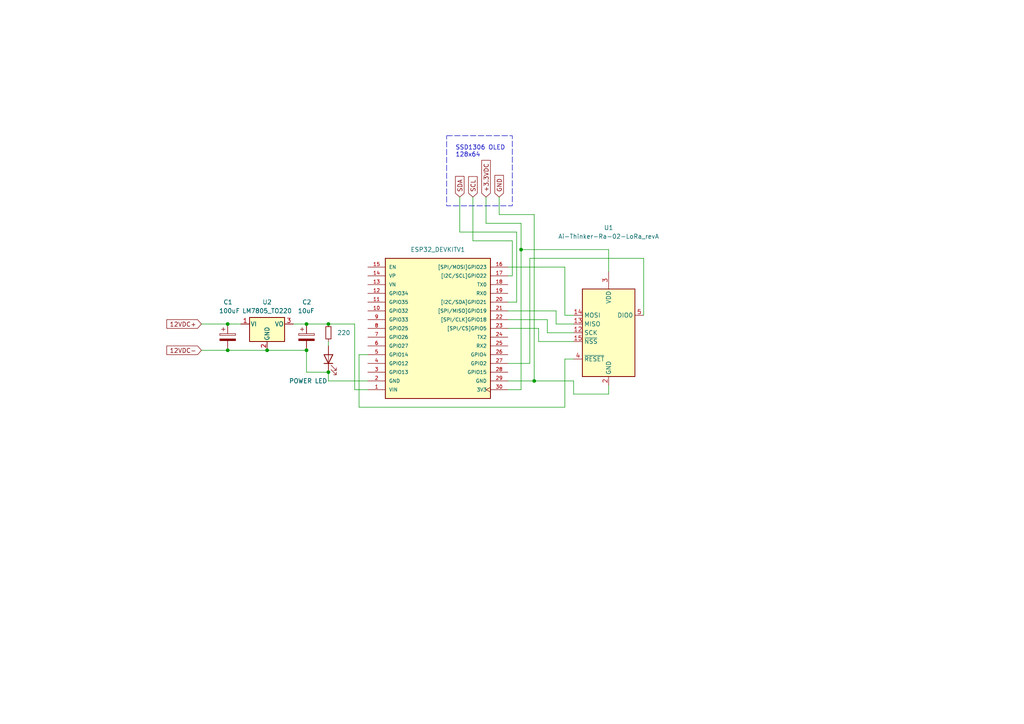
<source format=kicad_sch>
(kicad_sch (version 20230121) (generator eeschema)
  (paper "A4")
  (title_block (title "LoRa MQTT Gateway") (date "2024-05-29") (company "NED@L NETWORK Kft.") (comment 1 "Version: 0.1b") (comment 2 "Created by: Tápai Zoltán"))
  (lib_symbols
    (symbol "Ai-Thinker-Ra-02-LoRa:Ai-Thinker-Ra-02-LoRa_revB"
      (property "Reference" "U" (at 2.54 19.05 0))
      (property "Value" "Ai-Thinker-Ra-02-LoRa_revA" (at 13.97 -15.24 0))
      (symbol "Ai-Thinker-Ra-02-LoRa_revB_0_1"
        (rectangle (start -7.62 12.7) (end 7.62 -12.7) (stroke (width 0.254)) (fill (type background)))
      )
      (symbol "Ai-Thinker-Ra-02-LoRa_revB_1_1"
        (pin passive line (at 0 -15.24 90) (length 2.54) hide (name "GND") (number "1"))
        (pin input line (at -10.16 0 0) (length 2.54) (name "SCK") (number "12"))
        (pin output line (at -10.16 2.54 0) (length 2.54) (name "MISO") (number "13"))
        (pin input line (at -10.16 5.08 0) (length 2.54) (name "MOSI") (number "14"))
        (pin input line (at -10.16 -2.54 0) (length 2.54) (name "~{NSS}") (number "15"))
        (pin passive line (at 0 -15.24 90) (length 2.54) hide (name "GND") (number "16"))
        (pin power_in line (at 0 -15.24 90) (length 2.54) (name "GND") (number "2"))
        (pin power_in line (at 0 17.78 270) (length 5.08) (name "VDD") (number "3"))
        (pin input line (at -10.16 -7.62 0) (length 2.54) (name "~{RESET}") (number "4"))
        (pin bidirectional line (at 10.16 5.08 180) (length 2.54) (name "DIO0") (number "5"))
        (pin passive line (at 0 -15.24 90) (length 2.54) hide (name "GND") (number "9"))
      )
    )
    (symbol "Device:C_Polarized" (pin_numbers hide) (pin_names (offset 0.254))
      (property "Reference" "C" (at 0.635 2.54 0))
      (property "Value" "C_Polarized" (at 0.635 -2.54 0))
      (symbol "C_Polarized_0_1"
        (rectangle (start -2.286 0.508) (end 2.286 1.016))
        (polyline (pts (xy -1.778 2.286) (xy -0.762 2.286)))
        (polyline (pts (xy -1.27 2.794) (xy -1.27 1.778)))
        (rectangle (start 2.286 -0.508) (end -2.286 -1.016) (fill (type outline)))
      )
      (symbol "C_Polarized_1_1"
        (pin passive line (at 0 3.81 270) (length 2.794) (name "~") (number "1"))
        (pin passive line (at 0 -3.81 90) (length 2.794) (name "~") (number "2"))
      )
    )
    (symbol "Device:LED" (pin_numbers hide) (pin_names (offset 1.016) hide)
      (property "Reference" "D" (at 0 2.54 0))
      (property "Value" "LED" (at 0 -2.54 0))
      (symbol "LED_0_1"
        (polyline (pts (xy -1.27 -1.27) (xy -1.27 1.27)) (stroke (width 0.254)))
        (polyline (pts (xy -1.27 0) (xy 1.27 0)))
        (polyline (pts (xy 1.27 -1.27) (xy 1.27 1.27) (xy -1.27 0) (xy 1.27 -1.27)) (stroke (width 0.254)))
        (polyline (pts (xy -3.048 -0.762) (xy -4.572 -2.286) (xy -3.81 -2.286) (xy -4.572 -2.286) (xy -4.572 -1.524)))
        (polyline (pts (xy -1.778 -0.762) (xy -3.302 -2.286) (xy -2.54 -2.286) (xy -3.302 -2.286) (xy -3.302 -1.524)))
      )
      (symbol "LED_1_1"
        (pin passive line (at -3.81 0 0) (length 2.54) (name "K") (number "1"))
        (pin passive line (at 3.81 0 180) (length 2.54) (name "A") (number "2"))
      )
    )
    (symbol "Device:R_Small" (pin_numbers hide) (pin_names (offset 0.254) hide)
      (property "Reference" "R" (at 0.762 0.508 0))
      (property "Value" "R_Small" (at 0.762 -1.016 0))
      (symbol "R_Small_0_1"
        (rectangle (start -0.762 1.778) (end 0.762 -1.778) (stroke (width 0.2032)))
      )
      (symbol "R_Small_1_1"
        (pin passive line (at 0 2.54 270) (length 0.762) (name "~") (number "1"))
        (pin passive line (at 0 -2.54 90) (length 0.762) (name "~") (number "2"))
      )
    )
    (symbol "ESP32_DEVKITV1:ESP32_DEVKITV1" (pin_names (offset 1.016))
      (property "Value" "ESP32_DEVKITV1" (at -7.62 -24.13 0))
      (symbol "ESP32_DEVKITV1_0_0"
        (rectangle (start -15.24 15.24) (end 15.24 -25.4) (stroke (width 0.254)) (fill (type background)))
      )
      (symbol "ESP32_DEVKITV1_1_0"
        (pin power_in line (at -20.32 -22.86 0) (length 5.08) (name "VIN") (number "1"))
        (pin bidirectional line (at -20.32 0 0) (length 5.08) (name "GPIO32") (number "10"))
        (pin bidirectional line (at -20.32 2.54 0) (length 5.08) (name "GPIO35") (number "11"))
        (pin bidirectional line (at -20.32 5.08 0) (length 5.08) (name "GPIO34") (number "12"))
        (pin bidirectional line (at -20.32 7.62 0) (length 5.08) (name "VN") (number "13"))
        (pin bidirectional line (at -20.32 10.16 0) (length 5.08) (name "VP") (number "14"))
        (pin bidirectional line (at -20.32 12.7 0) (length 5.08) (name "EN") (number "15"))
        (pin bidirectional line (at 20.32 12.7 180) (length 5.08) (name "[SPI/MOSI]GPIO23") (number "16"))
        (pin bidirectional line (at 20.32 10.16 180) (length 5.08) (name "[I2C/SCL]GPIO22") (number "17"))
        (pin bidirectional line (at 20.32 7.62 180) (length 5.08) (name "TX0") (number "18"))
        (pin bidirectional line (at 20.32 5.08 180) (length 5.08) (name "RX0") (number "19"))
        (pin bidirectional line (at -20.32 -20.32 0) (length 5.08) (name "GND") (number "2"))
        (pin bidirectional line (at 20.32 2.54 180) (length 5.08) (name "[I2C/SDA]GPIO21") (number "20"))
        (pin bidirectional line (at 20.32 0 180) (length 5.08) (name "[SPI/MISO]GPIO19") (number "21"))
        (pin bidirectional line (at 20.32 -2.54 180) (length 5.08) (name "[SPI/CLK]GPIO18") (number "22"))
        (pin bidirectional line (at 20.32 -5.08 180) (length 5.08) (name "[SPI/CS]GPIO5") (number "23"))
        (pin bidirectional line (at 20.32 -7.62 180) (length 5.08) (name "TX2") (number "24"))
        (pin bidirectional line (at 20.32 -10.16 180) (length 5.08) (name "RX2") (number "25"))
        (pin bidirectional line (at 20.32 -12.7 180) (length 5.08) (name "GPIO4") (number "26"))
        (pin bidirectional line (at 20.32 -15.24 180) (length 5.08) (name "GPIO2") (number "27"))
        (pin bidirectional line (at 20.32 -17.78 180) (length 5.08) (name "GPIO15") (number "28"))
        (pin bidirectional line (at 20.32 -20.32 180) (length 5.08) (name "GND") (number "29"))
        (pin bidirectional line (at -20.32 -17.78 0) (length 5.08) (name "GPIO13") (number "3"))
        (pin power_out clock (at 20.32 -22.86 180) (length 5.08) (name "3V3") (number "30"))
        (pin bidirectional line (at -20.32 -15.24 0) (length 5.08) (name "GPIO12") (number "4"))
        (pin bidirectional line (at -20.32 -12.7 0) (length 5.08) (name "GPIO14") (number "5"))
        (pin bidirectional line (at -20.32 -10.16 0) (length 5.08) (name "GPIO27") (number "6"))
        (pin bidirectional line (at -20.32 -7.62 0) (length 5.08) (name "GPIO26") (number "7"))
        (pin bidirectional line (at -20.32 -5.08 0) (length 5.08) (name "GPIO25") (number "8"))
        (pin bidirectional line (at -20.32 -2.54 0) (length 5.08) (name "GPIO33") (number "9"))
      )
    )
    (symbol "Regulator_Linear:LM7805_TO220" (pin_names (offset 0.254))
      (property "Reference" "U" (at -3.81 3.175 0))
      (property "Value" "LM7805_TO220" (at 0 3.175 0))
      (symbol "LM7805_TO220_0_1"
        (rectangle (start -5.08 1.905) (end 5.08 -5.08) (stroke (width 0.254)) (fill (type background)))
      )
      (symbol "LM7805_TO220_1_1"
        (pin power_in line (at -7.62 0 0) (length 2.54) (name "VI") (number "1"))
        (pin power_in line (at 0 -7.62 90) (length 2.54) (name "GND") (number "2"))
        (pin power_out line (at 7.62 0 180) (length 2.54) (name "VO") (number "3"))
      )
    )
  )
  (junction (at 95.25 107.95))
  (junction (at 88.9 101.6))
  (junction (at 77.47 101.6))
  (junction (at 88.9 93.98))
  (junction (at 66.04 93.98))
  (junction (at 151.13 72.39))
  (junction (at 66.04 101.6))
  (junction (at 95.25 93.98))
  (junction (at 154.94 110.49))
  (wire (pts (xy 156.21 95.25) (xy 156.21 99.06)))
  (wire (pts (xy 147.32 113.03) (xy 151.13 113.03)))
  (wire (pts (xy 163.83 118.11) (xy 163.83 104.14)))
  (wire (pts (xy 95.25 110.49) (xy 95.25 107.95)))
  (wire (pts (xy 147.32 110.49) (xy 154.94 110.49)))
  (wire (pts (xy 151.13 113.03) (xy 151.13 72.39)))
  (wire (pts (xy 154.94 62.23) (xy 144.78 62.23)))
  (wire (pts (xy 147.32 90.17) (xy 161.29 90.17)))
  (wire (pts (xy 137.16 57.15) (xy 137.16 69.85)))
  (wire (pts (xy 161.29 90.17) (xy 161.29 93.98)))
  (wire (pts (xy 176.53 114.3) (xy 176.53 111.76)))
  (wire (pts (xy 85.09 93.98) (xy 88.9 93.98)))
  (wire (pts (xy 66.04 101.6) (xy 77.47 101.6)))
  (wire (pts (xy 77.47 101.6) (xy 88.9 101.6)))
  (wire (pts (xy 106.68 110.49) (xy 95.25 110.49)))
  (wire (pts (xy 147.32 87.63) (xy 149.86 87.63)))
  (wire (pts (xy 151.13 64.77) (xy 140.97 64.77)))
  (wire (pts (xy 166.37 114.3) (xy 176.53 114.3)))
  (wire (pts (xy 58.42 101.6) (xy 66.04 101.6)))
  (wire (pts (xy 163.83 77.47) (xy 163.83 91.44)))
  (wire (pts (xy 95.25 99.06) (xy 95.25 100.33)))
  (wire (pts (xy 153.67 74.93) (xy 186.69 74.93)))
  (wire (pts (xy 104.14 102.87) (xy 104.14 118.11)))
  (wire (pts (xy 102.87 93.98) (xy 95.25 93.98)))
  (wire (pts (xy 147.32 105.41) (xy 153.67 105.41)))
  (wire (pts (xy 102.87 113.03) (xy 102.87 93.98)))
  (wire (pts (xy 88.9 93.98) (xy 95.25 93.98)))
  (wire (pts (xy 186.69 74.93) (xy 186.69 91.44)))
  (wire (pts (xy 153.67 105.41) (xy 153.67 74.93)))
  (wire (pts (xy 147.32 95.25) (xy 156.21 95.25)))
  (wire (pts (xy 176.53 72.39) (xy 176.53 78.74)))
  (wire (pts (xy 163.83 104.14) (xy 166.37 104.14)))
  (wire (pts (xy 144.78 62.23) (xy 144.78 57.15)))
  (wire (pts (xy 151.13 72.39) (xy 151.13 64.77)))
  (wire (pts (xy 88.9 107.95) (xy 95.25 107.95)))
  (wire (pts (xy 148.59 80.01) (xy 147.32 80.01)))
  (wire (pts (xy 140.97 64.77) (xy 140.97 57.15)))
  (wire (pts (xy 156.21 99.06) (xy 166.37 99.06)))
  (wire (pts (xy 58.42 93.98) (xy 66.04 93.98)))
  (wire (pts (xy 147.32 77.47) (xy 163.83 77.47)))
  (wire (pts (xy 149.86 87.63) (xy 149.86 67.31)))
  (wire (pts (xy 104.14 118.11) (xy 163.83 118.11)))
  (wire (pts (xy 163.83 91.44) (xy 166.37 91.44)))
  (wire (pts (xy 66.04 93.98) (xy 69.85 93.98)))
  (wire (pts (xy 88.9 101.6) (xy 88.9 107.95)))
  (wire (pts (xy 147.32 92.71) (xy 158.75 92.71)))
  (wire (pts (xy 151.13 72.39) (xy 176.53 72.39)))
  (wire (pts (xy 158.75 92.71) (xy 158.75 96.52)))
  (wire (pts (xy 161.29 93.98) (xy 166.37 93.98)))
  (wire (pts (xy 106.68 102.87) (xy 104.14 102.87)))
  (wire (pts (xy 148.59 69.85) (xy 148.59 80.01)))
  (wire (pts (xy 154.94 110.49) (xy 154.94 62.23)))
  (wire (pts (xy 158.75 96.52) (xy 166.37 96.52)))
  (wire (pts (xy 166.37 110.49) (xy 166.37 114.3)))
  (wire (pts (xy 149.86 67.31) (xy 133.35 67.31)))
  (wire (pts (xy 137.16 69.85) (xy 148.59 69.85)))
  (wire (pts (xy 133.35 67.31) (xy 133.35 57.15)))
  (wire (pts (xy 154.94 110.49) (xy 166.37 110.49)))
  (wire (pts (xy 106.68 113.03) (xy 102.87 113.03)))
  (rectangle (start 129.54 39.37) (end 148.59 59.69) (stroke (width 0) (type dash)))
  (text "SSD1306 OLED\n128x64" (at 132.08 45.72 0) (effects (font (size 1.27 1.27)) (justify left bottom)))
  (global_label "12VDC-" (shape input) (at 58.42 101.6 180) (property "Intersheetrefs" "${INTERSHEET_REFS}" (effects hide)))
  (global_label "+3.3VDC" (shape input) (at 140.97 57.15 90) (property "Intersheetrefs" "${INTERSHEET_REFS}" (effects hide)))
  (global_label "SDA" (shape input) (at 133.35 57.15 90) (property "Intersheetrefs" "${INTERSHEET_REFS}" (effects hide)))
  (global_label "GND" (shape input) (at 144.78 57.15 90) (property "Intersheetrefs" "${INTERSHEET_REFS}" (effects hide)))
  (global_label "12VDC+" (shape input) (at 58.42 93.98 180) (property "Intersheetrefs" "${INTERSHEET_REFS}" (effects hide)))
  (global_label "SCL" (shape input) (at 137.16 57.15 90) (property "Intersheetrefs" "${INTERSHEET_REFS}" (effects hide)))
  (symbol (lib_id "ESP32_DEVKITV1:ESP32_DEVKITV1") (at 127 90.17 0) (unit 1)
    (property "Reference" "U3" (effects hide))
    (property "Value" "ESP32_DEVKITV1" (at 127 72.39 0))
    (property "Footprint" "ESP32_DEVKITV1:ESP32_DEVKITV1" (effects hide))
    (property "MF" "Espressif Systems" (effects hide))
    (property "Description" "\nWROOM-32 Development Board ESP32 ESP-32S WiFi Bluetooth Dev Module\n" (effects hide))
    (property "Package" "Package" (effects hide))
    (property "Price" "None" (effects hide))
    (property "Check_prices" "https://www.snapeda.com/parts/DEVKIT%20V1%20ESP32-WROOM-32/Espressif+Systems/view-part/?ref=eda" (effects hide))
    (property "STANDARD" "Manufacturer Recommendations" (effects hide))
    (property "PARTREV" "N/A" (effects hide))
    (property "SnapEDA_Link" "https://www.snapeda.com/parts/DEVKIT%20V1%20ESP32-WROOM-32/Espressif+Systems/view-part/?ref=snap" (effects hide))
    (property "MP" "DEVKIT V1 ESP32-WROOM-32" (effects hide))
    (property "Availability" "Not in stock" (effects hide))
    (property "MANUFACTURER" "Espressif Systems" (effects hide))
  )
  (symbol (lib_id "Regulator_Linear:LM7805_TO220") (at 77.47 93.98 0) (unit 1)
    (property "Reference" "U2" (at 77.47 87.63 0))
    (property "Value" "LM7805_TO220" (at 77.47 90.17 0))
    (property "Footprint" "Package_TO_SOT_THT:TO-220-3_Vertical" (effects hide))
    (property "Datasheet" "https://www.onsemi.cn/PowerSolutions/document/MC7800-D.PDF" (effects hide))
  )
  (symbol (lib_id "Device:C_Polarized") (at 66.04 97.79 0) (unit 1)
    (property "Reference" "C1" (at 64.77 87.63 0) (effects (justify left)))
    (property "Value" "100uF" (at 63.5 90.17 0) (effects (justify left)))
  )
  (symbol (lib_id "Device:C_Polarized") (at 88.9 97.79 0) (unit 1)
    (property "Reference" "C2" (at 87.63 87.63 0) (effects (justify left)))
    (property "Value" "10uF" (at 86.36 90.17 0) (effects (justify left)))
  )
  (symbol (lib_id "Device:R_Small") (at 95.25 96.52 180) (unit 1)
    (property "Reference" "R1" (effects hide))
    (property "Value" "220" (at 97.79 96.52 0) (effects (justify right)))
  )
  (symbol (lib_id "Device:LED") (at 95.25 104.14 90) (unit 1)
    (property "Reference" "D1" (effects hide))
    (property "Value" "POWER LED" (at 83.82 110.49 90) (effects (justify right)))
  )
  (symbol (lib_id "Ai-Thinker-Ra-02-LoRa:Ai-Thinker-Ra-02-LoRa_revB") (at 176.53 96.52 0) (unit 1)
    (property "Reference" "U1" (at 176.53 66.04 0))
    (property "Value" "Ai-Thinker-Ra-02-LoRa_revA" (at 176.53 68.58 0))
    (property "Footprint" "Ai-Thinker-Ra-02-LoRa:Ai-Thinker-Ra-02-LoRa_revB" (effects hide))
    (property "CREATOR" "tápai innováció :: tapai.hu" (effects hide))
  )
)
</source>
